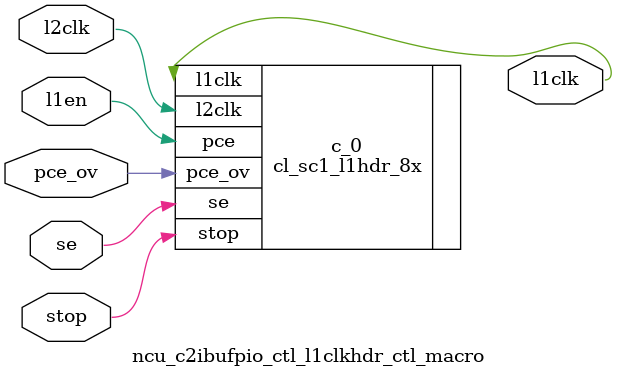
<source format=v>
`define RF_RDEN_OFFSTATE            1'b1

`define NCU_INTMANRF_DEPTH         128
`define NCU_INTMANRF_DATAWIDTH      16
`define NCU_INTMANRF_ADDRWIDTH       7
//====================================

//====================================
`define NCU_MONDORF_DEPTH           64
`define NCU_MONDORF_DATAWIDTH       72
`define NCU_MONDORF_ADDRWIDTH        6
//====================================

//====================================
`define NCU_CPUBUFRF_DEPTH          32
`define NCU_CPUBUFRF_DATAWIDTH     144
`define NCU_CPUBUFRF_ADDRWIDTH       5
//====================================

//====================================
`define NCU_IOBUFRF_DEPTH          32
`define NCU_IOBUFRF_DATAWIDTH     144
`define NCU_IOBUFRF_ADDRWIDTH       5
//====================================

//====================================
`define NCU_IOBUF1RF_DEPTH          32
`define NCU_IOBUF1RF_DATAWIDTH      32
`define NCU_IOBUF1RF_ADDRWIDTH       5
//====================================

//====================================
`define NCU_INTBUFRF_DEPTH          32
`define NCU_INTBUFRF_DATAWIDTH     144
`define NCU_INTBUFRF_ADDRWIDTH       5
//====================================

//== fix me : need to remove when warm //
//== becomes available //
`define WMR_LENGTH		10'd999
`define WMR_LENGTH_P1		10'd1000

//// NCU CSR_MAN address   80_0000_xxxx ////
`define NCU_CSR_MAN			16'h0000
`define NCU_CREG_INTMAN			16'h0000
//`define NCU_CREG_INTVECDISP		16'h0800
`define NCU_CREG_MONDOINVEC		16'h0a00
`define NCU_CREG_SERNUM			16'h1000
`define NCU_CREG_FUSESTAT		16'h1008
`define NCU_CREG_COREAVAIL		16'h1010
`define NCU_CREG_BANKAVAIL		16'h1018
`define NCU_CREG_BANK_ENABLE		16'h1020
`define NCU_CREG_BANK_ENABLE_STATUS 	16'h1028
`define NCU_CREG_L2_HASH_ENABLE		16'h1030
`define NCU_CREG_L2_HASH_ENABLE_STATUS	16'h1038


`define NCU_CREG_MEM32_BASE	16'h2000
`define NCU_CREG_MEM32_MASK	16'h2008
`define NCU_CREG_MEM64_BASE	16'h2010
`define NCU_CREG_MEM64_MASK	16'h2018
`define NCU_CREG_IOCON_BASE	16'h2020
`define NCU_CREG_IOCON_MASK	16'h2028
`define NCU_CREG_MMUFSH		16'h2030

`define NCU_CREG_ESR		16'h3000
`define NCU_CREG_ELE		16'h3008
`define NCU_CREG_EIE		16'h3010
`define NCU_CREG_EJR		16'h3018
`define NCU_CREG_FEE		16'h3020
`define NCU_CREG_PER		16'h3028
`define NCU_CREG_SIISYN		16'h3030
`define NCU_CREG_NCUSYN		16'h3038
`define NCU_CREG_SCKSEL         16'h3040
`define NCU_CREG_DBGTRIG_EN     16'h4000

//// NUC CSR_MONDO address 80_0004_xxxx ////
`define NCU_CSR_MONDO		16'h0004
`define NCU_CREG_MDATA0  	16'h0000 
`define NCU_CREG_MDATA1  	16'h0200 
`define NCU_CREG_MDATA0_ALIAS	16'h0400 
`define NCU_CREG_MDATA1_ALIAS	16'h0600 
`define NCU_CREG_MBUSY		16'h0800 
`define NCU_CREG_MBUSY_ALIAS	16'h0a00 



// ASI shared reg 90_xxxx_xxxx//
`define NCU_ASI_A_HIT			10'h104 // 6-bits cpuid and thread id are "x"
`define NCU_ASI_B_HIT			10'h1CC // 6-bits cpuid and thread id are "x"
`define NCU_ASI_C_HIT			10'h114	// 6-bits cpuid and thread id are "x"
`define NCU_ASI_COREAVAIL		16'h0000
`define NCU_ASI_CORE_ENABLE_STATUS	16'h0010
`define NCU_ASI_CORE_ENABLE		16'h0020
`define NCU_ASI_XIR_STEERING		16'h0030
`define NCU_ASI_CORE_RUNNINGRW		16'h0050
`define NCU_ASI_CORE_RUNNING_STATUS	16'h0058
`define NCU_ASI_CORE_RUNNING_W1S	16'h0060
`define NCU_ASI_CORE_RUNNING_W1C	16'h0068
`define NCU_ASI_INTVECDISP		16'h0000
`define NCU_ASI_ERR_STR                 16'h1000
`define NCU_ASI_WMR_VEC_MASK            16'h0018
`define NCU_ASI_CMP_TICK_ENABLE		16'h0038


//// UCB packet type ////
`define UCB_READ_NACK	4'b0000    // ack/nack types
`define UCB_READ_ACK	4'b0001
`define UCB_WRITE_ACK	4'b0010
`define UCB_IFILL_ACK	4'b0011
`define UCB_IFILL_NACK	4'b0111

`define UCB_READ_REQ	4'b0100    // req types
`define UCB_WRITE_REQ	4'b0101
`define UCB_IFILL_REQ	4'b0110

`define UCB_INT		4'b1000    // plain interrupt
`define UCB_INT_VEC	4'b1100    // interrupt with vector
`define UCB_INT_SOC_UE	4'b1001    // soc interrup ue
`define UCB_INT_SOC_CE  4'b1010    // soc interrup ce
`define UCB_RESET_VEC	4'b0101    // reset with vector
`define UCB_IDLE_VEC	4'b1110    // idle with vector
`define UCB_RESUME_VEC	4'b1111    // resume with vector

`define UCB_INT_SOC 	4'b1101    // soc interrup ce


//// PCX packet type ////
`define	PCX_LOAD_RQ	5'b00000
`define	PCX_IMISS_RQ	5'b10000
`define	PCX_STORE_RQ	5'b00001
`define PCX_FWD_RQs	5'b01101
`define PCX_FWD_RPYs	5'b01110

//// CPX packet type ////
//`define CPX_LOAD_RET	4'b0000
`define CPX_LOAD_RET	4'b1000
`define CPX_ST_ACK	4'b0100
//`define CPX_IFILL_RET	4'b0001
`define CPX_IFILL_RET	4'b1001
`define CPX_INT_RET	4'b0111
`define CPX_INT_SOC	4'b1101
//`define CPX_FWD_RQ_RET	4'b1010
//`define CPX_FWD_RPY_RET	4'b1011




//// Global CSR decode ////
`define NCU_CSR		8'h80
`define NIU_CSR		8'h81
//`define RNG_CSR		8'h82
`define DBG1_CSR               8'h86
`define CCU_CSR		8'h83
`define MCU_CSR		8'h84
`define TCU_CSR		8'h85
`define DMU_CSR		8'h88
`define RCU_CSR		8'h89
`define NCU_ASI		8'h90
			/////8'h91 ~ 9F reserved
			/////8'hA0 ~ BF L2 CSR////
`define DMU_PIO		4'hC   // C0 ~ CF
			/////8'hB0 ~ FE reserved
`define SSI_CSR		8'hFF


//// NCU_SSI ////
`define SSI_ADDR 	 	12'hFF_F
`define SSI_ADDR_TIMEOUT_REG	40'hFF_0001_0088
`define SSI_ADDR_LOG_REG	40'hFF_0000_0018

`define IF_IDLE 2'b00
`define IF_ACPT 2'b01
`define IF_DROP 2'b10

`define SSI_IDLE     3'b000
`define	SSI_REQ      3'b001
`define	SSI_WDATA    3'b011
`define	SSI_REQ_PAR  3'b101
`define	SSI_ACK      3'b111
`define	SSI_RDATA    3'b110
`define	SSI_ACK_PAR  3'b010










module ncu_c2ibufpio_ctl (
  iol2clk, 
  tcu_scan_en, 
  scan_in, 
  scan_out, 
  tcu_pce_ov, 
  tcu_clk_stop, 
  tcu_aclk, 
  tcu_bclk, 
  tcu_dbr_gateoff, 
  c2i_packet, 
  dmupio_addr35to24, 
  c2i_packet_vld, 
  ucb_sel, 
  ucb_buf_acpt, 
  com_map, 
  mmufsh_data, 
  mmufsh_vld, 
  mmu_ld, 
  dmu_ncu_wrack_vld, 
  dmu_ncu_wrack_tag, 
  dmu_ncu_wrack_par, 
  dmu_cr_id_rtn_err, 
  dmu_cr_id_rtn_erri, 
  sii_cr_id_rtn_vld, 
  sii_cr_id_rtn, 
  dmubuf_din, 
  dmubuf0_wr, 
  dmubuf1_wr, 
  dmubuf_waddr, 
  dmubuf_raddr, 
  dmubuf_rden, 
  dmubuf0_dout, 
  dmubuf1_dout, 
  dmupio_wack_iopkt, 
  dmupio_srvc_wack, 
  c2i_wait, 
  iobuf_avail, 
  ncu_dmu_pio_data, 
  ncu_dmu_pio_hdr_vld, 
  ncu_dmu_mmu_addr_vld, 
  ncu_dmu_dpar, 
  dmubufsyn, 
  dmubuf_pue, 
  dmubuf_pei, 
  mb1_dmubuf0_wr_en, 
  mb1_dmubuf1_wr_en, 
  mb1_dmubuf0_rd_en, 
  mb1_dmubuf1_rd_en, 
  mb1_addr, 
  mb1_wdata, 
  mb1_run) ;
wire fifo_wr;
wire fifo_full;
wire [143:0] dmubuf_din_f;
wire [11:0] parity;
wire [4:0] ct_cmd_ecc;
wire pipe_full;
wire aov;
wire pav;
wire pbv;
wire fifo_dout_v;
wire raddr_inc;
wire aog;
wire fifo_rd;
wire [6:0] raddr_p1;
wire [6:0] raddr;
wire [6:0] raddr_muxed;
wire [6:0] waddr_n;
wire [6:0] waddr_p1;
wire [6:0] waddr;
wire aov_n;
wire dmubuf_rden_nobist_eco;
wire pa_ld;
wire fifo_dout_ld;
wire pb_ld;
wire pbs_n;
wire pas;
wire pbs;
wire mov;
wire fifo_dout_v_n;
wire a_full;
wire t_full;
wire fifo_full_n;
wire [143:0] dmubuf_dout;
wire dmubuf1_sel2;
wire aog_ff_scanin;
wire aog_ff_scanout;
wire l1clk;
wire aov_ff_scanin;
wire aov_ff_scanout;
wire pav_ff_scanin;
wire pav_ff_scanout;
wire pbv_ff_scanin;
wire pbv_ff_scanout;
wire pbs_ff_scanin;
wire pbs_ff_scanout;
wire dmubuf1_sel1_ff_scanin;
wire dmubuf1_sel1_ff_scanout;
wire dmubuf1_sel1;
wire dmubuf1_sel2_ff_scanin;
wire dmubuf1_sel2_ff_scanout;
wire raddr_ff_scanin;
wire raddr_ff_scanout;
wire waddr_ff_scanin;
wire waddr_ff_scanout;
wire fifo_full_ff_scanin;
wire fifo_full_ff_scanout;
wire [143:0] dout_muxed_a;
wire [143:0] pad;
wire pad_ff_scanin;
wire pad_ff_scanout;
wire dmubuf_ue_n;
wire unused_ce;
wire [10:0] dout_muxed_b;
wire [4:0] unused_co;
wire [11:0] dmubuf_pfail_n;
wire fifo_dout_v_ff_scanin;
wire fifo_dout_v_ff_scanout;
wire [126:0] dout_muxed;
wire fifo_dout_ff_scanin;
wire fifo_dout_ff_scanout;
wire [126:0] fifo_dout;
wire fifo_dout_pue_ff_scanin;
wire fifo_dout_pue_ff_scanout;
wire fifo_dout_pue;
wire fifo_dout_pe_ff_scanin;
wire fifo_dout_pe_ff_scanout;
wire fifo_dout_pe;
wire fifo_dout_ue_ff_scanin;
wire fifo_dout_ue_ff_scanout;
wire fifo_dout_ue;
wire [4:0] dmubufsyn_rtyp;
wire dmubufsyn_ff_scanin;
wire dmubufsyn_ff_scanout;
wire fifo_rd_from_pio;
wire piowr;
wire pio_rdy;
wire dmu_pio_bb;
wire cr_id_vld;
wire pio_ld;
wire cr_id_con;
wire [2:0] pa_lower3bits;
wire eco060628net1;
wire [63:0] pio_hdr;
wire [63:0] ncu_dmu_pio_data_n;
wire [63:0] dmu_pio_pld;
wire [1:0] ncu_dmu_dpar_n;
wire dmu_pio_bb_n;
wire dmu_pio_bb_ff_scanin;
wire dmu_pio_bb_ff_scanout;
wire dmu_pio_pld_ff_scanin;
wire dmu_pio_pld_ff_scanout;
wire ncu_dmu_pio_hdr_vld_f;
wire ncu_dmu_pio_hdr_vld_ff_scanin;
wire ncu_dmu_pio_hdr_vld_ff_scanout;
wire ncu_dmu_pio_data_ff_scanin;
wire ncu_dmu_pio_data_ff_scanout;
wire ncu_dmu_dpar_ff_scanin;
wire ncu_dmu_dpar_ff_scanout;
wire ncu_dmu_mmu_addr_vld_f;
wire ncu_dmu_mmu_addr_vld_ff_scanin;
wire ncu_dmu_mmu_addr_vld_ff_scanout;
wire [3:0] dmupio_cpx_type;
wire [144:0] dmupio_wrack_pkt;
wire [7:0] dmupio_wrack_cpu;
wire rdy0_ff_scanin;
wire rdy0_ff_scanout;
wire rdy0;
wire rdy1_ff_scanin;
wire rdy1_ff_scanout;
wire rdy1;
wire cr_id_rtn1_vld_ff_scanin;
wire cr_id_rtn1_vld_ff_scanout;
wire dmu_cr_id_rtn_vld;
wire cr_id_rtn1_ff_scanin;
wire cr_id_rtn1_ff_scanout;
wire [3:0] dmu_cr_id_rtn;
wire cr_id_rtn1_par_ff_scanin;
wire cr_id_rtn1_par_ff_scanout;
wire dmu_cr_id_rtn_par;
wire [15:0] cr_id_rtn1_sel;
wire [15:0] cr_id_rtn2_sel;
wire [15:0] cr_id_rtn_sel;
wire [15:0] cr_id_con_sel;
wire [15:0] token_avail_n;
wire [15:0] token_avail;
wire [15:0] token_avail_n_;
wire [15:0] token_avail_;
wire token_avail_l_ff_scanin;
wire token_avail_l_ff_scanout;
wire siclk;
wire soclk;
wire se;
wire pce_ov;
wire stop;


input		iol2clk;
input		tcu_scan_en;
input		scan_in;
output		scan_out;

input		tcu_pce_ov;
input		tcu_clk_stop;
input		tcu_aclk;
input		tcu_bclk;
input		tcu_dbr_gateoff;

////
input [127:0]	c2i_packet;
input [11:0]	dmupio_addr35to24;
input		c2i_packet_vld;
input		ucb_sel;
output		ucb_buf_acpt;
input [1:0]	com_map;
input [63:0]	mmufsh_data;
input		mmufsh_vld;
output		mmu_ld;

input		dmu_ncu_wrack_vld;
input [3:0]	dmu_ncu_wrack_tag;
input		dmu_ncu_wrack_par;
output		dmu_cr_id_rtn_err;
input		dmu_cr_id_rtn_erri;
input		sii_cr_id_rtn_vld;
input [3:0]	sii_cr_id_rtn;

output [143:0]	dmubuf_din;
output		dmubuf0_wr;
output		dmubuf1_wr;
output [4:0]	dmubuf_waddr;
output [4:0]	dmubuf_raddr;
output		dmubuf_rden;
input  [143:0]	dmubuf0_dout;
input  [143:0]	dmubuf1_dout;

output [152:0]	dmupio_wack_iopkt;
output 		dmupio_srvc_wack;
output		c2i_wait;
input		iobuf_avail;

output [63:0]	ncu_dmu_pio_data;
output		ncu_dmu_pio_hdr_vld;
output		ncu_dmu_mmu_addr_vld;
output [1:0]	ncu_dmu_dpar;

//// ecc err ////
output [46:0]	dmubufsyn;
output		dmubuf_pue;
input		dmubuf_pei;

//  mb1  //
input		mb1_dmubuf0_wr_en;
input		mb1_dmubuf1_wr_en;
input		mb1_dmubuf0_rd_en;
input		mb1_dmubuf1_rd_en;
input [4:0]	mb1_addr;
input [7:0] 	mb1_wdata;
input		mb1_run;


reg [4:0]	cr_id;


assign	fifo_wr = c2i_packet_vld & ucb_sel & ~fifo_full;
assign	ucb_buf_acpt = fifo_wr;

//// fifo_din ////
assign	dmubuf_din_f[143:0] = {  
			parity[11:0],	    //[143:132]
			ct_cmd_ecc[4:0],    //[131:127]
			c2i_packet[127:64], //[126:63] pld
			c2i_packet[63:55],  //[62:54] bis,bytemask
			com_map[1:0],       //[53:52] 
			c2i_packet[52:51],  //[51:50] dummy, not used//
			//c2i_packet[50:39],    //[49:38] pa35to24
			dmupio_addr35to24[11:0], //[49:38] pa35to24
			c2i_packet[38:15],  //[37:14] pa23to0
			c2i_packet[14:12],  //[13:11] req_size
			c2i_packet[10:0] }; //[10:0] 1bit bufid,cputhr[5:0],cmd[3:0]//
assign dmubuf_din = mb1_run ? {18{mb1_wdata[7:0]}} : dmubuf_din_f[143:0];

//// ecc / par generation ////
ncu_eccgen11_ctl c2ibufpioeccgen11 (.din(c2i_packet[10:0]), .dout(ct_cmd_ecc[4:0]) );

assign	parity[0] = ~^{c2i_packet[12],c2i_packet[24],c2i_packet[36],      dmupio_addr35to24[9], c2i_packet[60],
			c2i_packet[72],c2i_packet[84],c2i_packet[96], c2i_packet[108],c2i_packet[120]};
assign	parity[1] = ~^{c2i_packet[13],c2i_packet[25],c2i_packet[37],      dmupio_addr35to24[10],c2i_packet[61],
			c2i_packet[73],c2i_packet[85],c2i_packet[97], c2i_packet[109],c2i_packet[121]};
assign	parity[2] = ~^{c2i_packet[14],c2i_packet[26],c2i_packet[38],      dmupio_addr35to24[11],c2i_packet[62],
			c2i_packet[74],c2i_packet[86],c2i_packet[98], c2i_packet[110],c2i_packet[122]};
assign	parity[3] = ~^{c2i_packet[15],c2i_packet[27],dmupio_addr35to24[0],c2i_packet[51],       c2i_packet[63],
			c2i_packet[75],c2i_packet[87],c2i_packet[99], c2i_packet[111],c2i_packet[123]};
assign	parity[4] = ~^{c2i_packet[16],c2i_packet[28],dmupio_addr35to24[1],c2i_packet[52],       c2i_packet[64],
			c2i_packet[76],c2i_packet[88],c2i_packet[100],c2i_packet[112],c2i_packet[124]};
assign	parity[5] = ~^{c2i_packet[17],c2i_packet[29],dmupio_addr35to24[2],com_map[0],           c2i_packet[65],
			c2i_packet[77],c2i_packet[89],c2i_packet[101],c2i_packet[113],c2i_packet[125]};
assign	parity[6] = ~^{c2i_packet[18],c2i_packet[30],dmupio_addr35to24[3],com_map[1],           c2i_packet[66],
			c2i_packet[78],c2i_packet[90],c2i_packet[102],c2i_packet[114],c2i_packet[126]};
assign	parity[7] = ~^{c2i_packet[19],c2i_packet[31],dmupio_addr35to24[4],c2i_packet[55],       c2i_packet[67],
			c2i_packet[79],c2i_packet[91],c2i_packet[103],c2i_packet[115],c2i_packet[127]};
assign	parity[8] = ~^{c2i_packet[20],c2i_packet[32],dmupio_addr35to24[5],c2i_packet[56],       c2i_packet[68],
			c2i_packet[80],c2i_packet[92],c2i_packet[104],c2i_packet[116]};
assign	parity[9] = ~^{c2i_packet[21],c2i_packet[33],dmupio_addr35to24[6],c2i_packet[57],       c2i_packet[69],
			c2i_packet[81],c2i_packet[93],c2i_packet[105],c2i_packet[117]};
assign	parity[10]= ~^{c2i_packet[22],c2i_packet[34],dmupio_addr35to24[7],c2i_packet[58],       c2i_packet[70],
			c2i_packet[82],c2i_packet[94],c2i_packet[106],c2i_packet[118]};
assign	parity[11]= ~^{c2i_packet[23],c2i_packet[35],dmupio_addr35to24[8],c2i_packet[59],       c2i_packet[71],
			c2i_packet[83],c2i_packet[95],c2i_packet[107],c2i_packet[119]};



//======================================================================
//================== dbl_buf ===========================================
// jimmu : ============ (now has become 64entries fifo)=================
////write dbl_buf////
//fifo_din
//fifo_wr
//fifo_full
////read dbl_buf////
//fifo_dout_v
//fifo_dout
//fifo_rd
//// mem signals ////
//memdin
//memwaddr
//memwren
//wr_clk
//memdout
//memraddr
//memrden
//rd_clk

assign	pipe_full = ~aov ? (pav & pbv & fifo_dout_v) :
		    ~pav ? (pbv & fifo_dout_v) :
		    ~pbv ? (fifo_dout_v) : 1'b1 ;

assign	raddr_inc = aog & (fifo_rd | ~pipe_full) ;
assign	raddr_p1[6:0] = raddr[6:0]+7'd1 ;
assign	raddr_muxed[6:0] = raddr_inc ? raddr_p1[6:0] : raddr[6:0] ;

assign  waddr_n[6:0]  = fifo_wr ? waddr_p1[6:0] : waddr[6:0] ;
assign	waddr_p1[6:0] = waddr[6:0]+7'd1 ;

assign	aov_n = dmubuf_rden_nobist_eco & (raddr_inc | ~aog);

assign	pa_ld = (pav==fifo_dout_ld) ;

assign	pb_ld = (~pav | fifo_dout_ld | ~pbv) ;

assign	pbs_n = pas ? (aov & !pbv & pav)&fifo_rd : fifo_dout_ld ;

assign 	pas = ~pbs;

assign	mov = pas ? pav : pbv ;

assign	fifo_dout_ld = mov & (~fifo_dout_v | fifo_rd) ;
assign 	fifo_dout_v_n = fifo_dout_v ? (~fifo_rd|mov) : mov ;

assign	a_full = (waddr_p1[6]^raddr[6]) & (waddr_p1[5:0]==raddr[5:0]) ;
assign	t_full = (waddr[6]^raddr[6]) & (waddr[5:0]==raddr[5:0]) ;
assign	fifo_full_n = (a_full&(fifo_wr&~fifo_rd))|t_full;

assign	dmubuf_waddr[4:0] = mb1_run ? mb1_addr[4:0] : waddr[4:0] ;
assign	dmubuf0_wr= mb1_run ? mb1_dmubuf0_wr_en : (fifo_wr&~waddr[5]);
assign	dmubuf1_wr= mb1_run ? mb1_dmubuf1_wr_en : (fifo_wr& waddr[5]);

assign	dmubuf_raddr[4:0] = mb1_run ? mb1_addr[4:0] : raddr_muxed[4:0] ;
assign	dmubuf_rden = mb1_run ? (mb1_dmubuf0_rd_en|mb1_dmubuf1_rd_en) : (waddr[6:0]!=raddr_muxed[6:0]) ;
assign  dmubuf_rden_nobist_eco = (waddr[6:0]!=raddr_muxed[6:0]) ;
assign	dmubuf_dout[143:0] = dmubuf1_sel2 ? dmubuf1_dout[143:0] : dmubuf0_dout[143:0] ;

ncu_c2ibufpio_ctl_msff_ctl_macro__width_1 aog_ff 
				(
				.scan_in(aog_ff_scanin),
				.scan_out(aog_ff_scanout),
				.dout		(aog),
				.l1clk		(l1clk),
				.din		(dmubuf_rden_nobist_eco ),
  .siclk(siclk),
  .soclk(soclk)
				);
ncu_c2ibufpio_ctl_msff_ctl_macro__width_1 aov_ff 
				(
				.scan_in(aov_ff_scanin),
				.scan_out(aov_ff_scanout),
				.dout		(aov),
				.l1clk		(l1clk),
				.din		(aov_n),
  .siclk(siclk),
  .soclk(soclk)
				);
ncu_c2ibufpio_ctl_msff_ctl_macro__en_1__width_1 pav_ff  
				(
				.scan_in(pav_ff_scanin),
				.scan_out(pav_ff_scanout),
				.dout		(pav),
				.l1clk		(l1clk),
				.en		(pa_ld),
				.din		(pbv),
  .siclk(siclk),
  .soclk(soclk)
				);
ncu_c2ibufpio_ctl_msff_ctl_macro__en_1__width_1 pbv_ff  
				(
				.scan_in(pbv_ff_scanin),
				.scan_out(pbv_ff_scanout),
				.dout		(pbv),
				.l1clk		(l1clk),
				.en		(pb_ld),
				.din		(aov),
  .siclk(siclk),
  .soclk(soclk)
				);
ncu_c2ibufpio_ctl_msff_ctl_macro__width_1 pbs_ff 
				(
				.scan_in(pbs_ff_scanin),
				.scan_out(pbs_ff_scanout),
				.dout		(pbs),
				.l1clk		(l1clk),
				.din		(pbs_n),
  .siclk(siclk),
  .soclk(soclk)
				);
ncu_c2ibufpio_ctl_msff_ctl_macro__width_1 dmubuf1_sel1_ff 
				(
				.scan_in(dmubuf1_sel1_ff_scanin),
				.scan_out(dmubuf1_sel1_ff_scanout),
				.dout		(dmubuf1_sel1),
				.l1clk		(l1clk),
				.din		(raddr_muxed[5]),
  .siclk(siclk),
  .soclk(soclk)
				);
ncu_c2ibufpio_ctl_msff_ctl_macro__width_1 dmubuf1_sel2_ff 
				(
				.scan_in(dmubuf1_sel2_ff_scanin),
				.scan_out(dmubuf1_sel2_ff_scanout),
				.dout		(dmubuf1_sel2),
				.l1clk		(l1clk),
				.din		(dmubuf1_sel1),
  .siclk(siclk),
  .soclk(soclk)
				);
ncu_c2ibufpio_ctl_msff_ctl_macro__width_7 raddr_ff 
				(
				.scan_in(raddr_ff_scanin),
				.scan_out(raddr_ff_scanout),
				.dout		(raddr[6:0]),
				.l1clk		(l1clk),
				.din		(raddr_muxed[6:0]),
  .siclk(siclk),
  .soclk(soclk)
				);
ncu_c2ibufpio_ctl_msff_ctl_macro__width_7 waddr_ff 
				(
				.scan_in(waddr_ff_scanin),
				.scan_out(waddr_ff_scanout),
				.dout		(waddr[6:0]),
				.l1clk		(l1clk),
				.din		(waddr_n[6:0]),
  .siclk(siclk),
  .soclk(soclk)
				);
ncu_c2ibufpio_ctl_msff_ctl_macro__width_1 fifo_full_ff 
				(
				.scan_in(fifo_full_ff_scanin),
				.scan_out(fifo_full_ff_scanout),
				.dout		(fifo_full),
				.l1clk		(l1clk),
				.din		(fifo_full_n),
  .siclk(siclk),
  .soclk(soclk)
				);


    // jimmy : cntr[15:0] <=  mov ? cntr[15:0]+1'b1 : cntr[15:0] ;

assign	dout_muxed_a[143:0] = pas ? pad[143:0] : dmubuf_dout[143:0] ;
ncu_c2ibufpio_ctl_msff_ctl_macro__en_1__width_144 pad_ff  
				(
				.scan_in(pad_ff_scanin),
				.scan_out(pad_ff_scanout),
				.dout		(pad[143:0]),
				.l1clk		(l1clk),
				.en		(pa_ld),
				.din		((dmubuf_dout[143:0])),
  .siclk(siclk),
  .soclk(soclk)
				);

ncu_eccchk11_ctl c2ibufpioeccchk11 (	.din(dout_muxed_a[10:0]),
					.ci(dout_muxed_a[131:127]),
					.ue(dmubuf_ue_n),
					.ce(unused_ce),
					.dout(dout_muxed_b[10:0]),
					.co(unused_co[4:0]) );

assign	dmubuf_pfail_n[0] = ~^{dout_muxed_a[11],dout_muxed_a[23],dout_muxed_a[35],dout_muxed_a[47],dout_muxed_a[59],dout_muxed_a[71],
				dout_muxed_a[83],dout_muxed_a[95], dout_muxed_a[107],dout_muxed_a[119],dout_muxed_a[132], dmubuf_pei};
assign	dmubuf_pfail_n[1] = ~^{dout_muxed_a[12],dout_muxed_a[24],dout_muxed_a[36],dout_muxed_a[48],dout_muxed_a[60],dout_muxed_a[72],
				dout_muxed_a[84],dout_muxed_a[96], dout_muxed_a[108],dout_muxed_a[120],dout_muxed_a[133]};
assign	dmubuf_pfail_n[2] = ~^{dout_muxed_a[13],dout_muxed_a[25],dout_muxed_a[37],dout_muxed_a[49],dout_muxed_a[61],dout_muxed_a[73],
				dout_muxed_a[85],dout_muxed_a[97], dout_muxed_a[109],dout_muxed_a[121],dout_muxed_a[134]};
assign	dmubuf_pfail_n[3] = ~^{dout_muxed_a[14],dout_muxed_a[26],dout_muxed_a[38],dout_muxed_a[50],dout_muxed_a[62],dout_muxed_a[74],
				dout_muxed_a[86],dout_muxed_a[98], dout_muxed_a[110],dout_muxed_a[122],dout_muxed_a[135]};
assign	dmubuf_pfail_n[4] = ~^{dout_muxed_a[15],dout_muxed_a[27],dout_muxed_a[39],dout_muxed_a[51],dout_muxed_a[63],dout_muxed_a[75],
				dout_muxed_a[87],dout_muxed_a[99 ],dout_muxed_a[111],dout_muxed_a[123],dout_muxed_a[136]};
assign	dmubuf_pfail_n[5] = ~^{dout_muxed_a[16],dout_muxed_a[28],dout_muxed_a[40],dout_muxed_a[52],dout_muxed_a[64],dout_muxed_a[76],
				dout_muxed_a[88],dout_muxed_a[100],dout_muxed_a[112],dout_muxed_a[124],dout_muxed_a[137]};
assign	dmubuf_pfail_n[6] = ~^{dout_muxed_a[17],dout_muxed_a[29],dout_muxed_a[41],dout_muxed_a[53],dout_muxed_a[65],dout_muxed_a[77],
				dout_muxed_a[89],dout_muxed_a[101],dout_muxed_a[113],dout_muxed_a[125],dout_muxed_a[138]};
assign	dmubuf_pfail_n[7] = ~^{dout_muxed_a[18],dout_muxed_a[30],dout_muxed_a[42],dout_muxed_a[54],dout_muxed_a[66],dout_muxed_a[78],
				dout_muxed_a[90],dout_muxed_a[102],dout_muxed_a[114],dout_muxed_a[126],dout_muxed_a[139]};
assign	dmubuf_pfail_n[8] = ~^{dout_muxed_a[19],dout_muxed_a[31],dout_muxed_a[43],dout_muxed_a[55],dout_muxed_a[67],dout_muxed_a[79],
				dout_muxed_a[91],dout_muxed_a[103],dout_muxed_a[115],dout_muxed_a[140]};
assign	dmubuf_pfail_n[9] = ~^{dout_muxed_a[20],dout_muxed_a[32],dout_muxed_a[44],dout_muxed_a[56],dout_muxed_a[68],dout_muxed_a[80],
				dout_muxed_a[92],dout_muxed_a[104],dout_muxed_a[116],dout_muxed_a[141]};
assign	dmubuf_pfail_n[10]= ~^{dout_muxed_a[21],dout_muxed_a[33],dout_muxed_a[45],dout_muxed_a[57],dout_muxed_a[69],dout_muxed_a[81],
				dout_muxed_a[93],dout_muxed_a[105],dout_muxed_a[117],dout_muxed_a[142]};
assign	dmubuf_pfail_n[11]= ~^{dout_muxed_a[22],dout_muxed_a[34],dout_muxed_a[46],dout_muxed_a[58],dout_muxed_a[70],dout_muxed_a[82],
				dout_muxed_a[94],dout_muxed_a[106],dout_muxed_a[118],dout_muxed_a[143]};

ncu_c2ibufpio_ctl_msff_ctl_macro__width_1 fifo_dout_v_ff 
				(
				.scan_in(fifo_dout_v_ff_scanin),
				.scan_out(fifo_dout_v_ff_scanout),
				.dout		(fifo_dout_v),
				.l1clk		(l1clk),
				.din		(fifo_dout_v_n),
  .siclk(siclk),
  .soclk(soclk)
				);

assign	dout_muxed[126:0] = {dout_muxed_a[126:11],dout_muxed_b[10:0]};
ncu_c2ibufpio_ctl_msff_ctl_macro__en_1__width_127 fifo_dout_ff  
				(
				.scan_in(fifo_dout_ff_scanin),
				.scan_out(fifo_dout_ff_scanout),
				.dout		(fifo_dout[126:0]),
				.l1clk		(l1clk),
				.en		(fifo_dout_ld),
				.din		(dout_muxed[126:0]),
  .siclk(siclk),
  .soclk(soclk)
				);

ncu_c2ibufpio_ctl_msff_ctl_macro__en_1__width_1 fifo_dout_pue_ff  
				(
				.scan_in(fifo_dout_pue_ff_scanin),
				.scan_out(fifo_dout_pue_ff_scanout),
				.dout		(fifo_dout_pue),
				.l1clk		(l1clk),
				.en		(fifo_rd|~fifo_dout_v),
				.din		((|{dmubuf_pfail_n[11:0],dmubuf_ue_n})&fifo_dout_v_n),
  .siclk(siclk),
  .soclk(soclk)
				);

ncu_c2ibufpio_ctl_msff_ctl_macro__en_1__width_1 fifo_dout_pe_ff  
				(
				.scan_in(fifo_dout_pe_ff_scanin),
				.scan_out(fifo_dout_pe_ff_scanout),
				.dout		(fifo_dout_pe),
				.l1clk		(l1clk),
				.en		(fifo_rd|~fifo_dout_v),
				.din		((|{dmubuf_pfail_n[11:0]})&fifo_dout_v_n),
  .siclk(siclk),
  .soclk(soclk)
				);

ncu_c2ibufpio_ctl_msff_ctl_macro__en_1__width_1 fifo_dout_ue_ff  
				(
				.scan_in(fifo_dout_ue_ff_scanin),
				.scan_out(fifo_dout_ue_ff_scanout),
				.dout		(fifo_dout_ue),
				.l1clk		(l1clk),
				.en		(fifo_rd|~fifo_dout_v),
				.din		(dmubuf_ue_n&fifo_dout_v_n),
  .siclk(siclk),
  .soclk(soclk)
				);

assign	dmubufsyn_rtyp[4:0] = dout_muxed_b[0] ? `PCX_STORE_RQ : `PCX_LOAD_RQ ;

ncu_c2ibufpio_ctl_msff_ctl_macro__en_1__width_47 dmubufsyn_ff  
				(
				.scan_in(dmubufsyn_ff_scanin),
				.scan_out(dmubufsyn_ff_scanout),
				.dout		(dmubufsyn[46:0]),
				.l1clk		(l1clk),
				.en		(fifo_dout_ld),
				.din		({dmubufsyn_rtyp[4:0],dout_muxed_b[9:4],dout_muxed[49:14]}),
  .siclk(siclk),
  .soclk(soclk)
				);

assign	dmubuf_pue = fifo_dout_pue ;

assign	fifo_rd = fifo_rd_from_pio | (fifo_dout_ue) | (fifo_dout_pe&iobuf_avail) ;

//=========================================== dbl_buf =================
//=====================================================================
//=====================================================================



assign	piowr  = (fifo_dout[3:0]==`UCB_WRITE_REQ) ;  //nq signal //

assign	pio_rdy = fifo_dout_v & ~fifo_dout_pue & ~dmu_pio_bb & ~mmufsh_vld & cr_id_vld ;
assign	pio_ld = pio_rdy & ((piowr&iobuf_avail)|~piowr);
assign	fifo_rd_from_pio = pio_ld;
assign	cr_id_con = pio_ld;
assign	mmu_ld = mmufsh_vld & ~dmu_pio_bb;

//eco 060628 zero out addr bit 28 for cmd_map = io space (when bit 28 is 1)//
//



//// puting together the PIO packet ////
assign  pa_lower3bits[2:0] = fifo_dout[16:14] & {3{~piowr}} ; //turn off lower 3 bits for pio wr//
assign  eco060628net1 = fifo_dout[53]&fifo_dout[42] ; //fixing bug117042 : turning off addr bit28 for io mapping//
assign	pio_hdr[63:0] = { 3'b0,			//rsvd	     [63:61]
			  ~piowr,		//piord	     [60], piowr=1 write, piowr=0 read
			  //byte_cnt[3:0], 	//byte count [53:50]
	                  cr_id[3:0],		//cr_id	     [59:56]
			  fifo_dout[61:54], 	//byte mask  [55:48]
			  {1'b0,fifo_dout[10]},	//bufid      [47:46]
			  fifo_dout[9:4],	//cputh_id   [45:40]
			  2'b0,			//rsvd	     [39:38]
			  fifo_dout[53:52],     //com map    [37:36]
			  fifo_dout[49:43],	//addr35:29  [35:29]
			  eco060628net1,	//addr28     [28]
			  fifo_dout[41:17],	//addr27:3   [27:3]
			  pa_lower3bits[2:0]	//addr2:0    [2:0]
			  };
///////////////////////////////////////////////////////////////////////
///////////////////////////////////////////////////////////////////////

assign	ncu_dmu_pio_data_n[63:0] = mmu_ld ? mmufsh_data[63:0] :
				   pio_ld ? pio_hdr[63:0]     :   dmu_pio_pld[63:0] ;

/////////////////////////////////
/////// original parity /////////
//assign	ncu_dmu_dpar_n[1:0] =  mmu_ld ? {^mmufsh_data[63:32],^mmufsh_data[31:0]} :
				//pio_ld ? {^pio_hdr[63:32],^pio_hdr[31:0]} : 
					 //{^dmu_pio_pld[63:32],^dmu_pio_pld[31:0]} ;
/////////////////////////////////
///// new parity ////////////////
assign	ncu_dmu_dpar_n[0] = 
	~^{ncu_dmu_pio_data_n[0], ncu_dmu_pio_data_n[2], ncu_dmu_pio_data_n[4], ncu_dmu_pio_data_n[6],
	   ncu_dmu_pio_data_n[8], ncu_dmu_pio_data_n[10],ncu_dmu_pio_data_n[12],ncu_dmu_pio_data_n[14],
	   ncu_dmu_pio_data_n[16],ncu_dmu_pio_data_n[18],ncu_dmu_pio_data_n[20],ncu_dmu_pio_data_n[22],
	   ncu_dmu_pio_data_n[24],ncu_dmu_pio_data_n[26],ncu_dmu_pio_data_n[28],ncu_dmu_pio_data_n[30],
	   ncu_dmu_pio_data_n[32],ncu_dmu_pio_data_n[34],ncu_dmu_pio_data_n[36],ncu_dmu_pio_data_n[38],
	   ncu_dmu_pio_data_n[40],ncu_dmu_pio_data_n[42],ncu_dmu_pio_data_n[44],ncu_dmu_pio_data_n[46],
	   ncu_dmu_pio_data_n[48],ncu_dmu_pio_data_n[50],ncu_dmu_pio_data_n[52],ncu_dmu_pio_data_n[54],
	   ncu_dmu_pio_data_n[56],ncu_dmu_pio_data_n[58],ncu_dmu_pio_data_n[60],ncu_dmu_pio_data_n[62] };

assign	ncu_dmu_dpar_n[1] =
	~^{ncu_dmu_pio_data_n[1], ncu_dmu_pio_data_n[3], ncu_dmu_pio_data_n[5], ncu_dmu_pio_data_n[7],
	   ncu_dmu_pio_data_n[9], ncu_dmu_pio_data_n[11],ncu_dmu_pio_data_n[13],ncu_dmu_pio_data_n[15],
	   ncu_dmu_pio_data_n[17],ncu_dmu_pio_data_n[19],ncu_dmu_pio_data_n[21],ncu_dmu_pio_data_n[23],
	   ncu_dmu_pio_data_n[25],ncu_dmu_pio_data_n[27],ncu_dmu_pio_data_n[29],ncu_dmu_pio_data_n[31],
	   ncu_dmu_pio_data_n[33],ncu_dmu_pio_data_n[35],ncu_dmu_pio_data_n[37],ncu_dmu_pio_data_n[39],
	   ncu_dmu_pio_data_n[41],ncu_dmu_pio_data_n[43],ncu_dmu_pio_data_n[45],ncu_dmu_pio_data_n[47],
	   ncu_dmu_pio_data_n[49],ncu_dmu_pio_data_n[51],ncu_dmu_pio_data_n[53],ncu_dmu_pio_data_n[55],
	   ncu_dmu_pio_data_n[57],ncu_dmu_pio_data_n[59],ncu_dmu_pio_data_n[61],ncu_dmu_pio_data_n[63] };



assign	dmu_pio_bb_n = pio_ld & piowr;

ncu_c2ibufpio_ctl_msff_ctl_macro__width_1 dmu_pio_bb_ff 
				(
				.scan_in(dmu_pio_bb_ff_scanin),
				.scan_out(dmu_pio_bb_ff_scanout),
				.dout		(dmu_pio_bb),
				.l1clk		(l1clk),
				.din		(dmu_pio_bb_n),
  .siclk(siclk),
  .soclk(soclk)
				);

ncu_c2ibufpio_ctl_msff_ctl_macro__width_64 dmu_pio_pld_ff 
				(
				.scan_in(dmu_pio_pld_ff_scanin),
				.scan_out(dmu_pio_pld_ff_scanout),
				.dout		(dmu_pio_pld[63:0]),
				.l1clk		(l1clk),
				.din		(fifo_dout[126:63]),
  .siclk(siclk),
  .soclk(soclk)
				);

assign ncu_dmu_pio_hdr_vld = ncu_dmu_pio_hdr_vld_f & tcu_dbr_gateoff;
ncu_c2ibufpio_ctl_msff_ctl_macro__width_1 ncu_dmu_pio_hdr_vld_ff 
				(
				.scan_in(ncu_dmu_pio_hdr_vld_ff_scanin),
				.scan_out(ncu_dmu_pio_hdr_vld_ff_scanout),
				.dout		(ncu_dmu_pio_hdr_vld_f),
				.l1clk		(l1clk),
				.din		(pio_ld),
  .siclk(siclk),
  .soclk(soclk)
				);

ncu_c2ibufpio_ctl_msff_ctl_macro__width_64 ncu_dmu_pio_data_ff 
				(
				.scan_in(ncu_dmu_pio_data_ff_scanin),
				.scan_out(ncu_dmu_pio_data_ff_scanout),
				.dout		(ncu_dmu_pio_data[63:0]),
				.l1clk		(l1clk),
				.din		(ncu_dmu_pio_data_n[63:0]),
  .siclk(siclk),
  .soclk(soclk)
				);

ncu_c2ibufpio_ctl_msff_ctl_macro__width_2 ncu_dmu_dpar_ff 
				(
				.scan_in(ncu_dmu_dpar_ff_scanin),
				.scan_out(ncu_dmu_dpar_ff_scanout),
				.dout		(ncu_dmu_dpar[1:0]),
				.l1clk		(l1clk),
				.din		(ncu_dmu_dpar_n[1:0]),
  .siclk(siclk),
  .soclk(soclk)
				);

assign ncu_dmu_mmu_addr_vld = ncu_dmu_mmu_addr_vld_f & tcu_dbr_gateoff;
ncu_c2ibufpio_ctl_msff_ctl_macro__width_1 ncu_dmu_mmu_addr_vld_ff 
				(
				.scan_in(ncu_dmu_mmu_addr_vld_ff_scanin),
				.scan_out(ncu_dmu_mmu_addr_vld_ff_scanout),
				.dout		(ncu_dmu_mmu_addr_vld_f),
				.l1clk		(l1clk),
				.din		(mmu_ld),
  .siclk(siclk),
  .soclk(soclk)
				);

assign		dmupio_cpx_type[3:0] = piowr ? `CPX_ST_ACK : `CPX_LOAD_RET ;
assign	dmupio_wrack_pkt[144:0] = 
			{dmupio_cpx_type[3:0], //[144:141] rtntype
			 1'b0,		//[140] l2miss
			 ~piowr,1'b0,	//[139:138] err
			 1'b1,		//[137] nc
			 fifo_dout[6:4], //[136:134] thr
			 6'b0,		//[133:128] misc
			 2'b0,		//[127:126]
			 fifo_dout[62], //[125] bis
			 2'b0,		//[124:123]
			 fifo_dout[19:18], //[122:121] addr[5:4]
			 fifo_dout[9:7], //[120:118] cpuid
			 1'b0,		   //[117]
			 fifo_dout[24:20], //[116:112] addr[10:6]
			 7'b0,
			 fifo_dout[17], //addr[3]
			 fifo_dout[61:54], //bytemask
			 32'b0,
			 fifo_dout[126:63] }; //data
		 
assign	dmupio_wrack_cpu[7:0] = 8'b0000_0001 << fifo_dout[9:7] ;
assign	dmupio_wack_iopkt[152:0] = {dmupio_wrack_cpu[7:0],dmupio_wrack_pkt[144:0]};

// adding fifo_dout[10] to the equation. fifo_dout[10] is the 1bit bufid
// no ack is needed if a packet is from TCU with bufid 1 
assign	dmupio_srvc_wack = iobuf_avail & ((pio_rdy&piowr)|(fifo_dout_pe))&~fifo_dout[10];
assign	c2i_wait        = (pio_rdy&piowr)|(fifo_dout_pe)&~fifo_dout[10] ;
					


//=========== token engine ===============

ncu_c2ibufpio_ctl_msff_ctl_macro__width_1 rdy0_ff 
				(
				.scan_in(rdy0_ff_scanin),
				.scan_out(rdy0_ff_scanout),
				.dout		(rdy0),
				.l1clk		(l1clk),
				.din		(1'b1),
  .siclk(siclk),
  .soclk(soclk)
				);

ncu_c2ibufpio_ctl_msff_ctl_macro__width_1 rdy1_ff 
				(
				.scan_in(rdy1_ff_scanin),
				.scan_out(rdy1_ff_scanout),
				.dout		(rdy1),
				.l1clk		(l1clk),
				.din		(rdy0),
  .siclk(siclk),
  .soclk(soclk)
				);

// flop input from dmu//
ncu_c2ibufpio_ctl_msff_ctl_macro__en_1__width_1 cr_id_rtn1_vld_ff  
				(
				.scan_in(cr_id_rtn1_vld_ff_scanin),
				.scan_out(cr_id_rtn1_vld_ff_scanout),
				.dout		(dmu_cr_id_rtn_vld),
				.l1clk		(l1clk),
				.en		(rdy1),
				.din		(dmu_ncu_wrack_vld),
  .siclk(siclk),
  .soclk(soclk)
				);

ncu_c2ibufpio_ctl_msff_ctl_macro__width_4 cr_id_rtn1_ff 
				(
				.scan_in(cr_id_rtn1_ff_scanin),
				.scan_out(cr_id_rtn1_ff_scanout),
				.dout		(dmu_cr_id_rtn[3:0]),
				.l1clk		(l1clk),
				.din		(dmu_ncu_wrack_tag[3:0]),
  .siclk(siclk),
  .soclk(soclk)
				);

ncu_c2ibufpio_ctl_msff_ctl_macro__width_1 cr_id_rtn1_par_ff 
				(
				.scan_in(cr_id_rtn1_par_ff_scanin),
				.scan_out(cr_id_rtn1_par_ff_scanout),
				.dout		(dmu_cr_id_rtn_par),
				.l1clk		(l1clk),
				.din		(dmu_ncu_wrack_par),
  .siclk(siclk),
  .soclk(soclk)
				);

//assign  dmu_cr_id_rtn_err = dmu_ncu_wrack_vld & (^dmu_cr_id_rtn[3:0]^dmu_cr_id_rtn_par^dmu_cr_id_rtn_erri);
assign dmu_cr_id_rtn_err = dmu_cr_id_rtn_vld & ~(^dmu_cr_id_rtn[3:0]^dmu_cr_id_rtn_par^dmu_cr_id_rtn_erri);

assign	cr_id_rtn1_sel[15:0] = {16{dmu_cr_id_rtn_vld}} & (16'h0001 << dmu_cr_id_rtn[3:0]) ;
assign	cr_id_rtn2_sel[15:0] = {16{sii_cr_id_rtn_vld}} & (16'h0001 << sii_cr_id_rtn[3:0]) ;

assign  cr_id_rtn_sel[15:0]  = cr_id_rtn1_sel[15:0] | cr_id_rtn2_sel[15:0] ;
assign	cr_id_con_sel[15:0] = {16{cr_id_con}} & (16'h0001 << cr_id[3:0]) ;

assign	cr_id_vld = cr_id[4];

assign	token_avail_n[15:0] = cr_id_rtn_sel[15:0] | 
				( token_avail[15:0] & (~cr_id_con_sel[15:0]) ) ;

// token_avail should be powered up with all 1's (16'hffff)
assign	token_avail_n_[15:0] = ~token_avail_n[15:0];
assign 	token_avail[15:0] = ~token_avail_[15:0];
ncu_c2ibufpio_ctl_msff_ctl_macro__width_16 token_avail_l_ff 
				(
				.scan_in(token_avail_l_ff_scanin),
				.scan_out(token_avail_l_ff_scanout),
				.dout		(token_avail_[15:0]),
				.l1clk		(l1clk),
				.din		(token_avail_n_[15:0]),
  .siclk(siclk),
  .soclk(soclk)
				);

always@(token_avail) begin
    casex(token_avail[15:0]) // 0in case -parallel -full
    16'bxxxx_xxxx_xxxx_xxx1: cr_id[4:0] = 5'h10;
    16'bxxxx_xxxx_xxxx_xx10: cr_id[4:0] = 5'h11;
    16'bxxxx_xxxx_xxxx_x100: cr_id[4:0] = 5'h12;
    16'bxxxx_xxxx_xxxx_1000: cr_id[4:0] = 5'h13;
    16'bxxxx_xxxx_xxx1_0000: cr_id[4:0] = 5'h14;
    16'bxxxx_xxxx_xx10_0000: cr_id[4:0] = 5'h15;
    16'bxxxx_xxxx_x100_0000: cr_id[4:0] = 5'h16;
    16'bxxxx_xxxx_1000_0000: cr_id[4:0] = 5'h17;
    16'bxxxx_xxx1_0000_0000: cr_id[4:0] = 5'h18;
    16'bxxxx_xx10_0000_0000: cr_id[4:0] = 5'h19;
    16'bxxxx_x100_0000_0000: cr_id[4:0] = 5'h1a;
    16'bxxxx_1000_0000_0000: cr_id[4:0] = 5'h1b;
    16'bxxx1_0000_0000_0000: cr_id[4:0] = 5'h1c;
    16'bxx10_0000_0000_0000: cr_id[4:0] = 5'h1d;
    16'bx100_0000_0000_0000: cr_id[4:0] = 5'h1e;
    16'b1000_0000_0000_0000: cr_id[4:0] = 5'h1f;
		    default: cr_id[4:0] = 5'h00;
    endcase
end






/**** adding clock header ****/
ncu_c2ibufpio_ctl_l1clkhdr_ctl_macro clkgen (
				.l2clk	(iol2clk),
				.l1en	(1'b1),
				.l1clk	(l1clk),
  .pce_ov(pce_ov),
  .stop(stop),
  .se(se)
				);

/*** building tcu port ***/
assign	siclk = tcu_aclk;
assign	soclk = tcu_bclk;
assign	   se = tcu_scan_en;
assign	pce_ov = tcu_pce_ov;
assign	stop = tcu_clk_stop;

// fixscan start:
assign aog_ff_scanin             = scan_in                  ;
assign aov_ff_scanin             = aog_ff_scanout           ;
assign pav_ff_scanin             = aov_ff_scanout           ;
assign pbv_ff_scanin             = pav_ff_scanout           ;
assign pbs_ff_scanin             = pbv_ff_scanout           ;
assign dmubuf1_sel1_ff_scanin    = pbs_ff_scanout           ;
assign dmubuf1_sel2_ff_scanin    = dmubuf1_sel1_ff_scanout  ;
assign raddr_ff_scanin           = dmubuf1_sel2_ff_scanout  ;
assign waddr_ff_scanin           = raddr_ff_scanout         ;
assign fifo_full_ff_scanin       = waddr_ff_scanout         ;
assign pad_ff_scanin             = fifo_full_ff_scanout     ;
assign fifo_dout_v_ff_scanin     = pad_ff_scanout           ;
assign fifo_dout_ff_scanin       = fifo_dout_v_ff_scanout   ;
assign fifo_dout_pue_ff_scanin   = fifo_dout_ff_scanout     ;
assign fifo_dout_pe_ff_scanin    = fifo_dout_pue_ff_scanout ;
assign fifo_dout_ue_ff_scanin    = fifo_dout_pe_ff_scanout  ;
assign dmubufsyn_ff_scanin       = fifo_dout_ue_ff_scanout  ;
assign dmu_pio_bb_ff_scanin      = dmubufsyn_ff_scanout     ;
assign dmu_pio_pld_ff_scanin     = dmu_pio_bb_ff_scanout    ;
assign ncu_dmu_pio_hdr_vld_ff_scanin = dmu_pio_pld_ff_scanout   ;
assign ncu_dmu_pio_data_ff_scanin = ncu_dmu_pio_hdr_vld_ff_scanout;
assign ncu_dmu_dpar_ff_scanin    = ncu_dmu_pio_data_ff_scanout;
assign ncu_dmu_mmu_addr_vld_ff_scanin = ncu_dmu_dpar_ff_scanout  ;
assign rdy0_ff_scanin            = ncu_dmu_mmu_addr_vld_ff_scanout;
assign rdy1_ff_scanin            = rdy0_ff_scanout          ;
assign cr_id_rtn1_vld_ff_scanin  = rdy1_ff_scanout          ;
assign cr_id_rtn1_ff_scanin      = cr_id_rtn1_vld_ff_scanout;
assign cr_id_rtn1_par_ff_scanin  = cr_id_rtn1_ff_scanout    ;
assign token_avail_l_ff_scanin   = cr_id_rtn1_par_ff_scanout;
assign scan_out                  = token_avail_l_ff_scanout ;
// fixscan end:
endmodule





// any PARAMS parms go into naming of macro

module ncu_c2ibufpio_ctl_msff_ctl_macro__width_1 (
  din, 
  l1clk, 
  scan_in, 
  siclk, 
  soclk, 
  dout, 
  scan_out);
wire [0:0] fdin;

  input [0:0] din;
  input l1clk;
  input scan_in;


  input siclk;
  input soclk;

  output [0:0] dout;
  output scan_out;
assign fdin[0:0] = din[0:0];






dff /*#(1)*/  d0_0 (
.l1clk(l1clk),
.siclk(siclk),
.soclk(soclk),
.d(fdin[0:0]),
.si(scan_in),
.so(scan_out),
.q(dout[0:0])
);












endmodule













// any PARAMS parms go into naming of macro

module ncu_c2ibufpio_ctl_msff_ctl_macro__en_1__width_1 (
  din, 
  en, 
  l1clk, 
  scan_in, 
  siclk, 
  soclk, 
  dout, 
  scan_out);
wire [0:0] fdin;

  input [0:0] din;
  input en;
  input l1clk;
  input scan_in;


  input siclk;
  input soclk;

  output [0:0] dout;
  output scan_out;
assign fdin[0:0] = (din[0:0] & {1{en}}) | (dout[0:0] & ~{1{en}});






dff /*#(1)*/  d0_0 (
.l1clk(l1clk),
.siclk(siclk),
.soclk(soclk),
.d(fdin[0:0]),
.si(scan_in),
.so(scan_out),
.q(dout[0:0])
);












endmodule













// any PARAMS parms go into naming of macro

module ncu_c2ibufpio_ctl_msff_ctl_macro__width_7 (
  din, 
  l1clk, 
  scan_in, 
  siclk, 
  soclk, 
  dout, 
  scan_out);
wire [6:0] fdin;
wire [5:0] so;

  input [6:0] din;
  input l1clk;
  input scan_in;


  input siclk;
  input soclk;

  output [6:0] dout;
  output scan_out;
assign fdin[6:0] = din[6:0];






dff /*#(7)*/  d0_0 (
.l1clk(l1clk),
.siclk(siclk),
.soclk(soclk),
.d(fdin[6:0]),
.si({scan_in,so[5:0]}),
.so({so[5:0],scan_out}),
.q(dout[6:0])
);












endmodule













// any PARAMS parms go into naming of macro

module ncu_c2ibufpio_ctl_msff_ctl_macro__en_1__width_144 (
  din, 
  en, 
  l1clk, 
  scan_in, 
  siclk, 
  soclk, 
  dout, 
  scan_out);
wire [143:0] fdin;
wire [142:0] so;

  input [143:0] din;
  input en;
  input l1clk;
  input scan_in;


  input siclk;
  input soclk;

  output [143:0] dout;
  output scan_out;
assign fdin[143:0] = (din[143:0] & {144{en}}) | (dout[143:0] & ~{144{en}});






dff /*#(144)*/  d0_0 (
.l1clk(l1clk),
.siclk(siclk),
.soclk(soclk),
.d(fdin[143:0]),
.si({scan_in,so[142:0]}),
.so({so[142:0],scan_out}),
.q(dout[143:0])
);












endmodule






// any PARAMS parms go into naming of macro

module ncu_c2ibufpio_ctl_msff_ctl_macro__en_1__width_127 (
  din, 
  en, 
  l1clk, 
  scan_in, 
  siclk, 
  soclk, 
  dout, 
  scan_out);
wire [126:0] fdin;
wire [125:0] so;

  input [126:0] din;
  input en;
  input l1clk;
  input scan_in;


  input siclk;
  input soclk;

  output [126:0] dout;
  output scan_out;
assign fdin[126:0] = (din[126:0] & {127{en}}) | (dout[126:0] & ~{127{en}});






dff /*#(127)*/  d0_0 (
.l1clk(l1clk),
.siclk(siclk),
.soclk(soclk),
.d(fdin[126:0]),
.si({scan_in,so[125:0]}),
.so({so[125:0],scan_out}),
.q(dout[126:0])
);












endmodule













// any PARAMS parms go into naming of macro

module ncu_c2ibufpio_ctl_msff_ctl_macro__en_1__width_47 (
  din, 
  en, 
  l1clk, 
  scan_in, 
  siclk, 
  soclk, 
  dout, 
  scan_out);
wire [46:0] fdin;
wire [45:0] so;

  input [46:0] din;
  input en;
  input l1clk;
  input scan_in;


  input siclk;
  input soclk;

  output [46:0] dout;
  output scan_out;
assign fdin[46:0] = (din[46:0] & {47{en}}) | (dout[46:0] & ~{47{en}});






dff /*#(47)*/  d0_0 (
.l1clk(l1clk),
.siclk(siclk),
.soclk(soclk),
.d(fdin[46:0]),
.si({scan_in,so[45:0]}),
.so({so[45:0],scan_out}),
.q(dout[46:0])
);












endmodule













// any PARAMS parms go into naming of macro

module ncu_c2ibufpio_ctl_msff_ctl_macro__width_64 (
  din, 
  l1clk, 
  scan_in, 
  siclk, 
  soclk, 
  dout, 
  scan_out);
wire [63:0] fdin;
wire [62:0] so;

  input [63:0] din;
  input l1clk;
  input scan_in;


  input siclk;
  input soclk;

  output [63:0] dout;
  output scan_out;
assign fdin[63:0] = din[63:0];






dff /*#(64)*/  d0_0 (
.l1clk(l1clk),
.siclk(siclk),
.soclk(soclk),
.d(fdin[63:0]),
.si({scan_in,so[62:0]}),
.so({so[62:0],scan_out}),
.q(dout[63:0])
);












endmodule













// any PARAMS parms go into naming of macro

module ncu_c2ibufpio_ctl_msff_ctl_macro__width_2 (
  din, 
  l1clk, 
  scan_in, 
  siclk, 
  soclk, 
  dout, 
  scan_out);
wire [1:0] fdin;
wire [0:0] so;

  input [1:0] din;
  input l1clk;
  input scan_in;


  input siclk;
  input soclk;

  output [1:0] dout;
  output scan_out;
assign fdin[1:0] = din[1:0];






dff /*#(2)*/  d0_0 (
.l1clk(l1clk),
.siclk(siclk),
.soclk(soclk),
.d(fdin[1:0]),
.si({scan_in,so[0:0]}),
.so({so[0:0],scan_out}),
.q(dout[1:0])
);












endmodule













// any PARAMS parms go into naming of macro

module ncu_c2ibufpio_ctl_msff_ctl_macro__width_4 (
  din, 
  l1clk, 
  scan_in, 
  siclk, 
  soclk, 
  dout, 
  scan_out);
wire [3:0] fdin;
wire [2:0] so;

  input [3:0] din;
  input l1clk;
  input scan_in;


  input siclk;
  input soclk;

  output [3:0] dout;
  output scan_out;
assign fdin[3:0] = din[3:0];






dff /*#(4)*/  d0_0 (
.l1clk(l1clk),
.siclk(siclk),
.soclk(soclk),
.d(fdin[3:0]),
.si({scan_in,so[2:0]}),
.so({so[2:0],scan_out}),
.q(dout[3:0])
);












endmodule













// any PARAMS parms go into naming of macro

module ncu_c2ibufpio_ctl_msff_ctl_macro__width_16 (
  din, 
  l1clk, 
  scan_in, 
  siclk, 
  soclk, 
  dout, 
  scan_out);
wire [15:0] fdin;
wire [14:0] so;

  input [15:0] din;
  input l1clk;
  input scan_in;


  input siclk;
  input soclk;

  output [15:0] dout;
  output scan_out;
assign fdin[15:0] = din[15:0];






dff /*#(16)*/  d0_0 (
.l1clk(l1clk),
.siclk(siclk),
.soclk(soclk),
.d(fdin[15:0]),
.si({scan_in,so[14:0]}),
.so({so[14:0],scan_out}),
.q(dout[15:0])
);












endmodule













// any PARAMS parms go into naming of macro

module ncu_c2ibufpio_ctl_l1clkhdr_ctl_macro (
  l2clk, 
  l1en, 
  pce_ov, 
  stop, 
  se, 
  l1clk);


  input l2clk;
  input l1en;
  input pce_ov;
  input stop;
  input se;
  output l1clk;



 

cl_sc1_l1hdr_8x c_0 (


   .l2clk(l2clk),
   .pce(l1en),
   .l1clk(l1clk),
  .se(se),
  .pce_ov(pce_ov),
  .stop(stop)
);



endmodule









</source>
